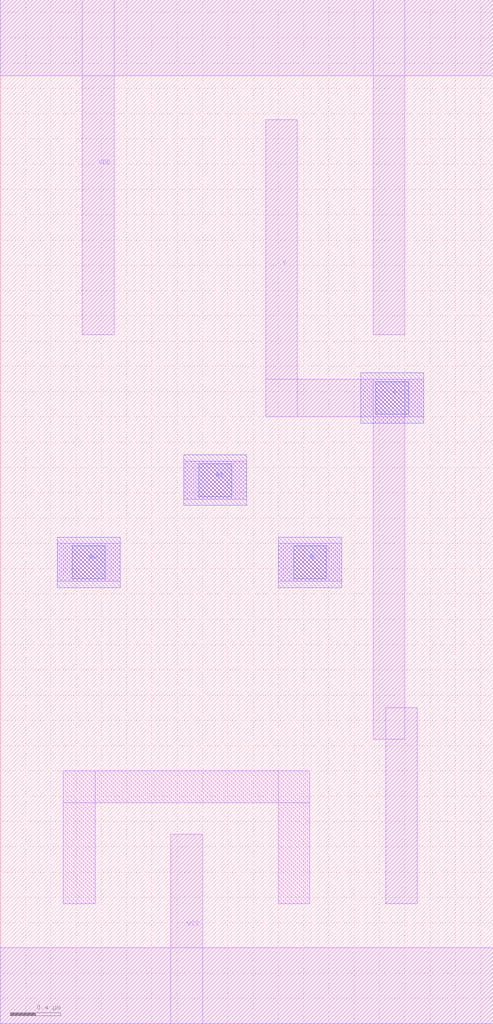
<source format=lef>
# Copyright 2022 Google LLC
# Licensed under the Apache License, Version 2.0 (the "License");
# you may not use this file except in compliance with the License.
# You may obtain a copy of the License at
#
#      http://www.apache.org/licenses/LICENSE-2.0
#
# Unless required by applicable law or agreed to in writing, software
# distributed under the License is distributed on an "AS IS" BASIS,
# WITHOUT WARRANTIES OR CONDITIONS OF ANY KIND, either express or implied.
# See the License for the specific language governing permissions and
# limitations under the License.
VERSION 5.7 ;
BUSBITCHARS "[]" ;
DIVIDERCHAR "/" ;

MACRO gf180mcu_osu_sc_gp12t3v3__oai21_1
  CLASS CORE ;
  ORIGIN 0 0 ;
  FOREIGN gf180mcu_osu_sc_gp12t3v3__oai21_1 0 0 ;
  SIZE 3.9 BY 8.1 ;
  SYMMETRY X Y ;
  SITE gf180mcu_osu_sc_gp12t3v3 ;
  PIN VDD
    DIRECTION INOUT ;
    USE POWER ;
    SHAPE ABUTMENT ;
    PORT
      LAYER MET1 ;
        RECT 0 7.5 3.9 8.1 ;
        RECT 2.95 5.45 3.2 8.1 ;
        RECT 0.65 5.45 0.9 8.1 ;
    END
  END VDD
  PIN VSS
    DIRECTION INOUT ;
    USE GROUND ;
    PORT
      LAYER MET1 ;
        RECT 0 0 3.9 0.6 ;
        RECT 1.35 0 1.6 1.5 ;
    END
  END VSS
  PIN A0
    DIRECTION INPUT ;
    USE SIGNAL ;
    PORT
      LAYER MET1 ;
        RECT 0.45 3.5 0.95 3.8 ;
      LAYER MET2 ;
        RECT 0.45 3.45 0.95 3.85 ;
      LAYER VIA12 ;
        RECT 0.57 3.52 0.83 3.78 ;
    END
  END A0
  PIN A1
    DIRECTION INPUT ;
    USE SIGNAL ;
    PORT
      LAYER MET1 ;
        RECT 1.45 4.15 1.95 4.45 ;
      LAYER MET2 ;
        RECT 1.45 4.1 1.95 4.5 ;
      LAYER VIA12 ;
        RECT 1.57 4.17 1.83 4.43 ;
    END
  END A1
  PIN B
    DIRECTION INPUT ;
    USE SIGNAL ;
    PORT
      LAYER MET1 ;
        RECT 2.2 3.5 2.7 3.8 ;
      LAYER MET2 ;
        RECT 2.2 3.45 2.7 3.85 ;
      LAYER VIA12 ;
        RECT 2.32 3.52 2.58 3.78 ;
    END
  END B
  PIN Y
    DIRECTION OUTPUT ;
    USE SIGNAL ;
    PORT
      LAYER MET1 ;
        RECT 2.1 4.8 3.35 5.1 ;
        RECT 3.05 0.95 3.3 2.5 ;
        RECT 2.95 2.25 3.2 5.1 ;
        RECT 2.1 4.8 2.35 7.15 ;
      LAYER MET2 ;
        RECT 2.85 4.75 3.35 5.15 ;
      LAYER VIA12 ;
        RECT 2.97 4.82 3.23 5.08 ;
    END
  END Y
  OBS
    LAYER MET1 ;
      RECT 0.5 1.75 2.45 2 ;
      RECT 2.2 0.95 2.45 2 ;
      RECT 0.5 0.95 0.75 2 ;
  END
END gf180mcu_osu_sc_gp12t3v3__oai21_1

</source>
